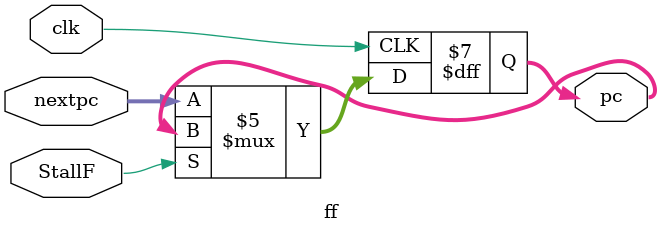
<source format=v>
module ff(input clk, input StallF,input[31:0] nextpc,output reg[31:0] pc);
always @(posedge clk)
begin
if(!StallF)
	pc<=nextpc;
else
	pc<=pc;
end

initial
begin
pc=32'd0;
end

endmodule

</source>
